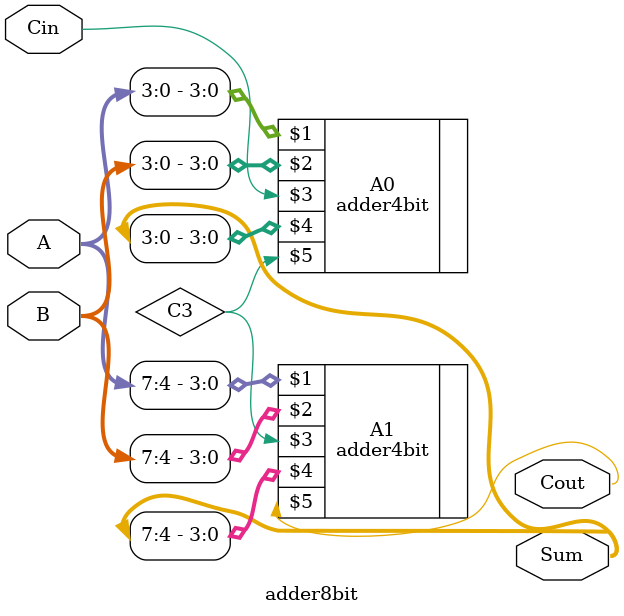
<source format=sv>
`timescale 1ns / 1ps


module adder8bit(
    input wire [7:0] A,
    input wire [7:0] B,
    input wire Cin,
    output wire [7:0] Sum,
    output wire Cout
    );
    
    wire C3;
    adder4bit A0(A[3:0], B[3:0], Cin, Sum[3:0], C3);
    adder4bit A1(A[7:4], B[7:4], C3, Sum[7:4], Cout);
    
endmodule

</source>
